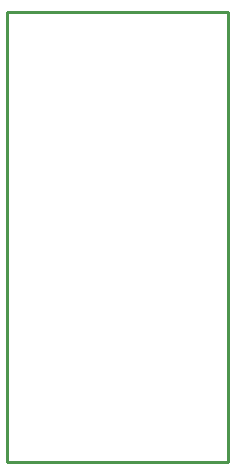
<source format=gbr>
G04 EAGLE Gerber RS-274X export*
G75*
%MOMM*%
%FSLAX34Y34*%
%LPD*%
%IN*%
%IPPOS*%
%AMOC8*
5,1,8,0,0,1.08239X$1,22.5*%
G01*
%ADD10C,0.254000*%


D10*
X0Y0D02*
X187200Y0D01*
X187200Y380900D01*
X0Y380900D01*
X0Y0D01*
M02*

</source>
